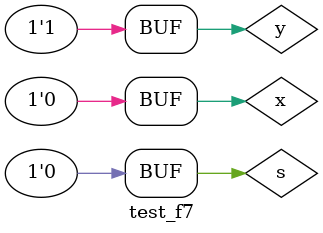
<source format=v>
module f7 ( output s, input a, input b);
  and AND1  (s, a, b);      // Operacao AND
  nand NAND1 (s, a, b);   // Operacao NAND
endmodule // f7
// -------------------------
// multiplexer
// -------------------------
module mux ( output s,
    input a,
    input b,
    input select );
    // definir dados locais
    wire sel;
    wire sa;
    wire sb;
    // descrever por portas
    nand NAND1 ( sel, select, select);
    and AND1 ( sa, a, sel );
    and AND2 ( sb, b, select );
    or OR1 ( s , sa, sb );
endmodule // mux

module test_f7;
// ------------------------- definir dados
 reg x;
 reg y;
 reg s;
 wire w;
 wire z;
 f7 modulo ( w, x, y );
 mux MUX1 ( z, x, y, s );
// ------------------------- parte principal
 initial
 begin : main
 $display("Guia_0701 - Rayssa Mell de Souza Silva - 860210");
 $display("Test LU's module");
 $display("   x    y    s    z");
 x = 1'b0; y = 1'b1; s = 1'b1;
 x = 1'b0; y = 1'b1; s = 1'b1;
 // projetar testes do modulo
 #1 $monitor("%4b %4b %4b %4b", x, y, s, z);
 #1 s = 1'b1;
 #1 s = 1'b0;
 end
endmodule // test_f7


/* Registro de Saída 

--- Opção 1:
a = 1   b = 0   chave = 1   => 0
a = 1   b = 0   chave = 0   => 1 passa a 
Teste:
   x    y    s    z
   1    0    0    1
   1    0    1    0

---Opção 2:
a = 0   b = 1   chave = 1   => 1 passa b
Teste: 
   x    y    s    z
   0    1    1    1
   0    1    0    0

*/
</source>
